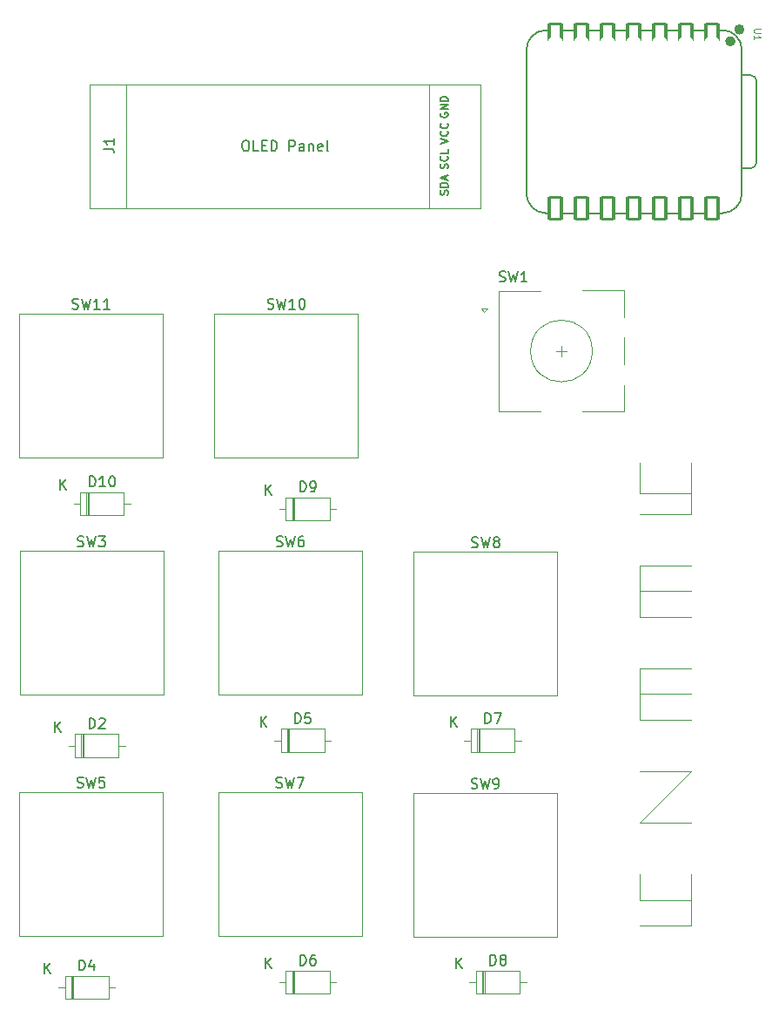
<source format=gto>
G04 #@! TF.GenerationSoftware,KiCad,Pcbnew,9.0.1*
G04 #@! TF.CreationDate,2025-06-18T17:33:09-04:00*
G04 #@! TF.ProjectId,chop up the soul kanye,63686f70-2075-4702-9074-686520736f75,rev?*
G04 #@! TF.SameCoordinates,Original*
G04 #@! TF.FileFunction,Legend,Top*
G04 #@! TF.FilePolarity,Positive*
%FSLAX46Y46*%
G04 Gerber Fmt 4.6, Leading zero omitted, Abs format (unit mm)*
G04 Created by KiCad (PCBNEW 9.0.1) date 2025-06-18 17:33:09*
%MOMM*%
%LPD*%
G01*
G04 APERTURE LIST*
G04 Aperture macros list*
%AMRoundRect*
0 Rectangle with rounded corners*
0 $1 Rounding radius*
0 $2 $3 $4 $5 $6 $7 $8 $9 X,Y pos of 4 corners*
0 Add a 4 corners polygon primitive as box body*
4,1,4,$2,$3,$4,$5,$6,$7,$8,$9,$2,$3,0*
0 Add four circle primitives for the rounded corners*
1,1,$1+$1,$2,$3*
1,1,$1+$1,$4,$5*
1,1,$1+$1,$6,$7*
1,1,$1+$1,$8,$9*
0 Add four rect primitives between the rounded corners*
20,1,$1+$1,$2,$3,$4,$5,0*
20,1,$1+$1,$4,$5,$6,$7,0*
20,1,$1+$1,$6,$7,$8,$9,0*
20,1,$1+$1,$8,$9,$2,$3,0*%
G04 Aperture macros list end*
%ADD10C,0.100000*%
%ADD11C,0.150000*%
%ADD12C,0.101600*%
%ADD13C,0.120000*%
%ADD14C,0.040000*%
%ADD15C,0.127000*%
%ADD16C,0.504000*%
%ADD17R,1.600000X1.600000*%
%ADD18O,1.600000X1.600000*%
%ADD19C,1.700000*%
%ADD20C,4.000000*%
%ADD21C,2.200000*%
%ADD22C,1.500000*%
%ADD23R,2.000000X2.000000*%
%ADD24C,2.000000*%
%ADD25R,3.200000X2.000000*%
%ADD26R,1.700000X1.700000*%
%ADD27O,1.700000X1.700000*%
%ADD28RoundRect,0.152400X0.609600X-1.063600X0.609600X1.063600X-0.609600X1.063600X-0.609600X-1.063600X0*%
%ADD29C,1.524000*%
%ADD30RoundRect,0.152400X-0.609600X1.063600X-0.609600X-1.063600X0.609600X-1.063600X0.609600X1.063600X0*%
G04 APERTURE END LIST*
D10*
X180311487Y-126000000D02*
X180311487Y-123500000D01*
X180311487Y-88500000D02*
X175311487Y-88500000D01*
X175311487Y-93500000D02*
X180311487Y-93500000D01*
X180311487Y-86500000D02*
X180311487Y-83500000D01*
X175311487Y-123500000D02*
X175311487Y-126000000D01*
X175311487Y-96000000D02*
X180311487Y-96000000D01*
X175311487Y-126000000D02*
X180311487Y-126000000D01*
X175311487Y-86500000D02*
X180311487Y-86500000D01*
X180311487Y-128500000D02*
X175311487Y-128500000D01*
X175311487Y-98500000D02*
X180311487Y-98500000D01*
X175311487Y-93500000D02*
X175311487Y-98500000D01*
X180311487Y-103500000D02*
X175311487Y-103500000D01*
X175311487Y-118500000D02*
X180311487Y-118500000D01*
X180311487Y-126000000D02*
X180311487Y-128500000D01*
X175311487Y-106000000D02*
X180311487Y-106000000D01*
X175311487Y-108500000D02*
X180311487Y-108500000D01*
X175311487Y-83500000D02*
X175311487Y-86500000D01*
X180311487Y-113500000D02*
X175311487Y-118500000D01*
X175311487Y-103500000D02*
X175311487Y-108500000D01*
X180311487Y-86500000D02*
X180311487Y-88500000D01*
X175311487Y-113500000D02*
X180311487Y-113500000D01*
D11*
X121787201Y-85834819D02*
X121787201Y-84834819D01*
X121787201Y-84834819D02*
X122025296Y-84834819D01*
X122025296Y-84834819D02*
X122168153Y-84882438D01*
X122168153Y-84882438D02*
X122263391Y-84977676D01*
X122263391Y-84977676D02*
X122311010Y-85072914D01*
X122311010Y-85072914D02*
X122358629Y-85263390D01*
X122358629Y-85263390D02*
X122358629Y-85406247D01*
X122358629Y-85406247D02*
X122311010Y-85596723D01*
X122311010Y-85596723D02*
X122263391Y-85691961D01*
X122263391Y-85691961D02*
X122168153Y-85787200D01*
X122168153Y-85787200D02*
X122025296Y-85834819D01*
X122025296Y-85834819D02*
X121787201Y-85834819D01*
X123311010Y-85834819D02*
X122739582Y-85834819D01*
X123025296Y-85834819D02*
X123025296Y-84834819D01*
X123025296Y-84834819D02*
X122930058Y-84977676D01*
X122930058Y-84977676D02*
X122834820Y-85072914D01*
X122834820Y-85072914D02*
X122739582Y-85120533D01*
X123930058Y-84834819D02*
X124025296Y-84834819D01*
X124025296Y-84834819D02*
X124120534Y-84882438D01*
X124120534Y-84882438D02*
X124168153Y-84930057D01*
X124168153Y-84930057D02*
X124215772Y-85025295D01*
X124215772Y-85025295D02*
X124263391Y-85215771D01*
X124263391Y-85215771D02*
X124263391Y-85453866D01*
X124263391Y-85453866D02*
X124215772Y-85644342D01*
X124215772Y-85644342D02*
X124168153Y-85739580D01*
X124168153Y-85739580D02*
X124120534Y-85787200D01*
X124120534Y-85787200D02*
X124025296Y-85834819D01*
X124025296Y-85834819D02*
X123930058Y-85834819D01*
X123930058Y-85834819D02*
X123834820Y-85787200D01*
X123834820Y-85787200D02*
X123787201Y-85739580D01*
X123787201Y-85739580D02*
X123739582Y-85644342D01*
X123739582Y-85644342D02*
X123691963Y-85453866D01*
X123691963Y-85453866D02*
X123691963Y-85215771D01*
X123691963Y-85215771D02*
X123739582Y-85025295D01*
X123739582Y-85025295D02*
X123787201Y-84930057D01*
X123787201Y-84930057D02*
X123834820Y-84882438D01*
X123834820Y-84882438D02*
X123930058Y-84834819D01*
X118929582Y-86154819D02*
X118929582Y-85154819D01*
X119501010Y-86154819D02*
X119072439Y-85583390D01*
X119501010Y-85154819D02*
X118929582Y-85726247D01*
X142263392Y-132334819D02*
X142263392Y-131334819D01*
X142263392Y-131334819D02*
X142501487Y-131334819D01*
X142501487Y-131334819D02*
X142644344Y-131382438D01*
X142644344Y-131382438D02*
X142739582Y-131477676D01*
X142739582Y-131477676D02*
X142787201Y-131572914D01*
X142787201Y-131572914D02*
X142834820Y-131763390D01*
X142834820Y-131763390D02*
X142834820Y-131906247D01*
X142834820Y-131906247D02*
X142787201Y-132096723D01*
X142787201Y-132096723D02*
X142739582Y-132191961D01*
X142739582Y-132191961D02*
X142644344Y-132287200D01*
X142644344Y-132287200D02*
X142501487Y-132334819D01*
X142501487Y-132334819D02*
X142263392Y-132334819D01*
X143691963Y-131334819D02*
X143501487Y-131334819D01*
X143501487Y-131334819D02*
X143406249Y-131382438D01*
X143406249Y-131382438D02*
X143358630Y-131430057D01*
X143358630Y-131430057D02*
X143263392Y-131572914D01*
X143263392Y-131572914D02*
X143215773Y-131763390D01*
X143215773Y-131763390D02*
X143215773Y-132144342D01*
X143215773Y-132144342D02*
X143263392Y-132239580D01*
X143263392Y-132239580D02*
X143311011Y-132287200D01*
X143311011Y-132287200D02*
X143406249Y-132334819D01*
X143406249Y-132334819D02*
X143596725Y-132334819D01*
X143596725Y-132334819D02*
X143691963Y-132287200D01*
X143691963Y-132287200D02*
X143739582Y-132239580D01*
X143739582Y-132239580D02*
X143787201Y-132144342D01*
X143787201Y-132144342D02*
X143787201Y-131906247D01*
X143787201Y-131906247D02*
X143739582Y-131811009D01*
X143739582Y-131811009D02*
X143691963Y-131763390D01*
X143691963Y-131763390D02*
X143596725Y-131715771D01*
X143596725Y-131715771D02*
X143406249Y-131715771D01*
X143406249Y-131715771D02*
X143311011Y-131763390D01*
X143311011Y-131763390D02*
X143263392Y-131811009D01*
X143263392Y-131811009D02*
X143215773Y-131906247D01*
X138929582Y-132654819D02*
X138929582Y-131654819D01*
X139501010Y-132654819D02*
X139072439Y-132083390D01*
X139501010Y-131654819D02*
X138929582Y-132226247D01*
X120763392Y-132834819D02*
X120763392Y-131834819D01*
X120763392Y-131834819D02*
X121001487Y-131834819D01*
X121001487Y-131834819D02*
X121144344Y-131882438D01*
X121144344Y-131882438D02*
X121239582Y-131977676D01*
X121239582Y-131977676D02*
X121287201Y-132072914D01*
X121287201Y-132072914D02*
X121334820Y-132263390D01*
X121334820Y-132263390D02*
X121334820Y-132406247D01*
X121334820Y-132406247D02*
X121287201Y-132596723D01*
X121287201Y-132596723D02*
X121239582Y-132691961D01*
X121239582Y-132691961D02*
X121144344Y-132787200D01*
X121144344Y-132787200D02*
X121001487Y-132834819D01*
X121001487Y-132834819D02*
X120763392Y-132834819D01*
X122191963Y-132168152D02*
X122191963Y-132834819D01*
X121953868Y-131787200D02*
X121715773Y-132501485D01*
X121715773Y-132501485D02*
X122334820Y-132501485D01*
X117429582Y-133154819D02*
X117429582Y-132154819D01*
X118001010Y-133154819D02*
X117572439Y-132583390D01*
X118001010Y-132154819D02*
X117429582Y-132726247D01*
X158938154Y-115123200D02*
X159081011Y-115170819D01*
X159081011Y-115170819D02*
X159319106Y-115170819D01*
X159319106Y-115170819D02*
X159414344Y-115123200D01*
X159414344Y-115123200D02*
X159461963Y-115075580D01*
X159461963Y-115075580D02*
X159509582Y-114980342D01*
X159509582Y-114980342D02*
X159509582Y-114885104D01*
X159509582Y-114885104D02*
X159461963Y-114789866D01*
X159461963Y-114789866D02*
X159414344Y-114742247D01*
X159414344Y-114742247D02*
X159319106Y-114694628D01*
X159319106Y-114694628D02*
X159128630Y-114647009D01*
X159128630Y-114647009D02*
X159033392Y-114599390D01*
X159033392Y-114599390D02*
X158985773Y-114551771D01*
X158985773Y-114551771D02*
X158938154Y-114456533D01*
X158938154Y-114456533D02*
X158938154Y-114361295D01*
X158938154Y-114361295D02*
X158985773Y-114266057D01*
X158985773Y-114266057D02*
X159033392Y-114218438D01*
X159033392Y-114218438D02*
X159128630Y-114170819D01*
X159128630Y-114170819D02*
X159366725Y-114170819D01*
X159366725Y-114170819D02*
X159509582Y-114218438D01*
X159842916Y-114170819D02*
X160081011Y-115170819D01*
X160081011Y-115170819D02*
X160271487Y-114456533D01*
X160271487Y-114456533D02*
X160461963Y-115170819D01*
X160461963Y-115170819D02*
X160700059Y-114170819D01*
X161128630Y-115170819D02*
X161319106Y-115170819D01*
X161319106Y-115170819D02*
X161414344Y-115123200D01*
X161414344Y-115123200D02*
X161461963Y-115075580D01*
X161461963Y-115075580D02*
X161557201Y-114932723D01*
X161557201Y-114932723D02*
X161604820Y-114742247D01*
X161604820Y-114742247D02*
X161604820Y-114361295D01*
X161604820Y-114361295D02*
X161557201Y-114266057D01*
X161557201Y-114266057D02*
X161509582Y-114218438D01*
X161509582Y-114218438D02*
X161414344Y-114170819D01*
X161414344Y-114170819D02*
X161223868Y-114170819D01*
X161223868Y-114170819D02*
X161128630Y-114218438D01*
X161128630Y-114218438D02*
X161081011Y-114266057D01*
X161081011Y-114266057D02*
X161033392Y-114361295D01*
X161033392Y-114361295D02*
X161033392Y-114599390D01*
X161033392Y-114599390D02*
X161081011Y-114694628D01*
X161081011Y-114694628D02*
X161128630Y-114742247D01*
X161128630Y-114742247D02*
X161223868Y-114789866D01*
X161223868Y-114789866D02*
X161414344Y-114789866D01*
X161414344Y-114789866D02*
X161509582Y-114742247D01*
X161509582Y-114742247D02*
X161557201Y-114694628D01*
X161557201Y-114694628D02*
X161604820Y-114599390D01*
X139938154Y-115033200D02*
X140081011Y-115080819D01*
X140081011Y-115080819D02*
X140319106Y-115080819D01*
X140319106Y-115080819D02*
X140414344Y-115033200D01*
X140414344Y-115033200D02*
X140461963Y-114985580D01*
X140461963Y-114985580D02*
X140509582Y-114890342D01*
X140509582Y-114890342D02*
X140509582Y-114795104D01*
X140509582Y-114795104D02*
X140461963Y-114699866D01*
X140461963Y-114699866D02*
X140414344Y-114652247D01*
X140414344Y-114652247D02*
X140319106Y-114604628D01*
X140319106Y-114604628D02*
X140128630Y-114557009D01*
X140128630Y-114557009D02*
X140033392Y-114509390D01*
X140033392Y-114509390D02*
X139985773Y-114461771D01*
X139985773Y-114461771D02*
X139938154Y-114366533D01*
X139938154Y-114366533D02*
X139938154Y-114271295D01*
X139938154Y-114271295D02*
X139985773Y-114176057D01*
X139985773Y-114176057D02*
X140033392Y-114128438D01*
X140033392Y-114128438D02*
X140128630Y-114080819D01*
X140128630Y-114080819D02*
X140366725Y-114080819D01*
X140366725Y-114080819D02*
X140509582Y-114128438D01*
X140842916Y-114080819D02*
X141081011Y-115080819D01*
X141081011Y-115080819D02*
X141271487Y-114366533D01*
X141271487Y-114366533D02*
X141461963Y-115080819D01*
X141461963Y-115080819D02*
X141700059Y-114080819D01*
X141985773Y-114080819D02*
X142652439Y-114080819D01*
X142652439Y-114080819D02*
X142223868Y-115080819D01*
X161653154Y-65877200D02*
X161796011Y-65924819D01*
X161796011Y-65924819D02*
X162034106Y-65924819D01*
X162034106Y-65924819D02*
X162129344Y-65877200D01*
X162129344Y-65877200D02*
X162176963Y-65829580D01*
X162176963Y-65829580D02*
X162224582Y-65734342D01*
X162224582Y-65734342D02*
X162224582Y-65639104D01*
X162224582Y-65639104D02*
X162176963Y-65543866D01*
X162176963Y-65543866D02*
X162129344Y-65496247D01*
X162129344Y-65496247D02*
X162034106Y-65448628D01*
X162034106Y-65448628D02*
X161843630Y-65401009D01*
X161843630Y-65401009D02*
X161748392Y-65353390D01*
X161748392Y-65353390D02*
X161700773Y-65305771D01*
X161700773Y-65305771D02*
X161653154Y-65210533D01*
X161653154Y-65210533D02*
X161653154Y-65115295D01*
X161653154Y-65115295D02*
X161700773Y-65020057D01*
X161700773Y-65020057D02*
X161748392Y-64972438D01*
X161748392Y-64972438D02*
X161843630Y-64924819D01*
X161843630Y-64924819D02*
X162081725Y-64924819D01*
X162081725Y-64924819D02*
X162224582Y-64972438D01*
X162557916Y-64924819D02*
X162796011Y-65924819D01*
X162796011Y-65924819D02*
X162986487Y-65210533D01*
X162986487Y-65210533D02*
X163176963Y-65924819D01*
X163176963Y-65924819D02*
X163415059Y-64924819D01*
X164319820Y-65924819D02*
X163748392Y-65924819D01*
X164034106Y-65924819D02*
X164034106Y-64924819D01*
X164034106Y-64924819D02*
X163938868Y-65067676D01*
X163938868Y-65067676D02*
X163843630Y-65162914D01*
X163843630Y-65162914D02*
X163748392Y-65210533D01*
X142263392Y-86334819D02*
X142263392Y-85334819D01*
X142263392Y-85334819D02*
X142501487Y-85334819D01*
X142501487Y-85334819D02*
X142644344Y-85382438D01*
X142644344Y-85382438D02*
X142739582Y-85477676D01*
X142739582Y-85477676D02*
X142787201Y-85572914D01*
X142787201Y-85572914D02*
X142834820Y-85763390D01*
X142834820Y-85763390D02*
X142834820Y-85906247D01*
X142834820Y-85906247D02*
X142787201Y-86096723D01*
X142787201Y-86096723D02*
X142739582Y-86191961D01*
X142739582Y-86191961D02*
X142644344Y-86287200D01*
X142644344Y-86287200D02*
X142501487Y-86334819D01*
X142501487Y-86334819D02*
X142263392Y-86334819D01*
X143311011Y-86334819D02*
X143501487Y-86334819D01*
X143501487Y-86334819D02*
X143596725Y-86287200D01*
X143596725Y-86287200D02*
X143644344Y-86239580D01*
X143644344Y-86239580D02*
X143739582Y-86096723D01*
X143739582Y-86096723D02*
X143787201Y-85906247D01*
X143787201Y-85906247D02*
X143787201Y-85525295D01*
X143787201Y-85525295D02*
X143739582Y-85430057D01*
X143739582Y-85430057D02*
X143691963Y-85382438D01*
X143691963Y-85382438D02*
X143596725Y-85334819D01*
X143596725Y-85334819D02*
X143406249Y-85334819D01*
X143406249Y-85334819D02*
X143311011Y-85382438D01*
X143311011Y-85382438D02*
X143263392Y-85430057D01*
X143263392Y-85430057D02*
X143215773Y-85525295D01*
X143215773Y-85525295D02*
X143215773Y-85763390D01*
X143215773Y-85763390D02*
X143263392Y-85858628D01*
X143263392Y-85858628D02*
X143311011Y-85906247D01*
X143311011Y-85906247D02*
X143406249Y-85953866D01*
X143406249Y-85953866D02*
X143596725Y-85953866D01*
X143596725Y-85953866D02*
X143691963Y-85906247D01*
X143691963Y-85906247D02*
X143739582Y-85858628D01*
X143739582Y-85858628D02*
X143787201Y-85763390D01*
X138929582Y-86654819D02*
X138929582Y-85654819D01*
X139501010Y-86654819D02*
X139072439Y-86083390D01*
X139501010Y-85654819D02*
X138929582Y-86226247D01*
X139978154Y-91613200D02*
X140121011Y-91660819D01*
X140121011Y-91660819D02*
X140359106Y-91660819D01*
X140359106Y-91660819D02*
X140454344Y-91613200D01*
X140454344Y-91613200D02*
X140501963Y-91565580D01*
X140501963Y-91565580D02*
X140549582Y-91470342D01*
X140549582Y-91470342D02*
X140549582Y-91375104D01*
X140549582Y-91375104D02*
X140501963Y-91279866D01*
X140501963Y-91279866D02*
X140454344Y-91232247D01*
X140454344Y-91232247D02*
X140359106Y-91184628D01*
X140359106Y-91184628D02*
X140168630Y-91137009D01*
X140168630Y-91137009D02*
X140073392Y-91089390D01*
X140073392Y-91089390D02*
X140025773Y-91041771D01*
X140025773Y-91041771D02*
X139978154Y-90946533D01*
X139978154Y-90946533D02*
X139978154Y-90851295D01*
X139978154Y-90851295D02*
X140025773Y-90756057D01*
X140025773Y-90756057D02*
X140073392Y-90708438D01*
X140073392Y-90708438D02*
X140168630Y-90660819D01*
X140168630Y-90660819D02*
X140406725Y-90660819D01*
X140406725Y-90660819D02*
X140549582Y-90708438D01*
X140882916Y-90660819D02*
X141121011Y-91660819D01*
X141121011Y-91660819D02*
X141311487Y-90946533D01*
X141311487Y-90946533D02*
X141501963Y-91660819D01*
X141501963Y-91660819D02*
X141740059Y-90660819D01*
X142549582Y-90660819D02*
X142359106Y-90660819D01*
X142359106Y-90660819D02*
X142263868Y-90708438D01*
X142263868Y-90708438D02*
X142216249Y-90756057D01*
X142216249Y-90756057D02*
X142121011Y-90898914D01*
X142121011Y-90898914D02*
X142073392Y-91089390D01*
X142073392Y-91089390D02*
X142073392Y-91470342D01*
X142073392Y-91470342D02*
X142121011Y-91565580D01*
X142121011Y-91565580D02*
X142168630Y-91613200D01*
X142168630Y-91613200D02*
X142263868Y-91660819D01*
X142263868Y-91660819D02*
X142454344Y-91660819D01*
X142454344Y-91660819D02*
X142549582Y-91613200D01*
X142549582Y-91613200D02*
X142597201Y-91565580D01*
X142597201Y-91565580D02*
X142644820Y-91470342D01*
X142644820Y-91470342D02*
X142644820Y-91232247D01*
X142644820Y-91232247D02*
X142597201Y-91137009D01*
X142597201Y-91137009D02*
X142549582Y-91089390D01*
X142549582Y-91089390D02*
X142454344Y-91041771D01*
X142454344Y-91041771D02*
X142263868Y-91041771D01*
X142263868Y-91041771D02*
X142168630Y-91089390D01*
X142168630Y-91089390D02*
X142121011Y-91137009D01*
X142121011Y-91137009D02*
X142073392Y-91232247D01*
X158978154Y-91703200D02*
X159121011Y-91750819D01*
X159121011Y-91750819D02*
X159359106Y-91750819D01*
X159359106Y-91750819D02*
X159454344Y-91703200D01*
X159454344Y-91703200D02*
X159501963Y-91655580D01*
X159501963Y-91655580D02*
X159549582Y-91560342D01*
X159549582Y-91560342D02*
X159549582Y-91465104D01*
X159549582Y-91465104D02*
X159501963Y-91369866D01*
X159501963Y-91369866D02*
X159454344Y-91322247D01*
X159454344Y-91322247D02*
X159359106Y-91274628D01*
X159359106Y-91274628D02*
X159168630Y-91227009D01*
X159168630Y-91227009D02*
X159073392Y-91179390D01*
X159073392Y-91179390D02*
X159025773Y-91131771D01*
X159025773Y-91131771D02*
X158978154Y-91036533D01*
X158978154Y-91036533D02*
X158978154Y-90941295D01*
X158978154Y-90941295D02*
X159025773Y-90846057D01*
X159025773Y-90846057D02*
X159073392Y-90798438D01*
X159073392Y-90798438D02*
X159168630Y-90750819D01*
X159168630Y-90750819D02*
X159406725Y-90750819D01*
X159406725Y-90750819D02*
X159549582Y-90798438D01*
X159882916Y-90750819D02*
X160121011Y-91750819D01*
X160121011Y-91750819D02*
X160311487Y-91036533D01*
X160311487Y-91036533D02*
X160501963Y-91750819D01*
X160501963Y-91750819D02*
X160740059Y-90750819D01*
X161263868Y-91179390D02*
X161168630Y-91131771D01*
X161168630Y-91131771D02*
X161121011Y-91084152D01*
X161121011Y-91084152D02*
X161073392Y-90988914D01*
X161073392Y-90988914D02*
X161073392Y-90941295D01*
X161073392Y-90941295D02*
X161121011Y-90846057D01*
X161121011Y-90846057D02*
X161168630Y-90798438D01*
X161168630Y-90798438D02*
X161263868Y-90750819D01*
X161263868Y-90750819D02*
X161454344Y-90750819D01*
X161454344Y-90750819D02*
X161549582Y-90798438D01*
X161549582Y-90798438D02*
X161597201Y-90846057D01*
X161597201Y-90846057D02*
X161644820Y-90941295D01*
X161644820Y-90941295D02*
X161644820Y-90988914D01*
X161644820Y-90988914D02*
X161597201Y-91084152D01*
X161597201Y-91084152D02*
X161549582Y-91131771D01*
X161549582Y-91131771D02*
X161454344Y-91179390D01*
X161454344Y-91179390D02*
X161263868Y-91179390D01*
X161263868Y-91179390D02*
X161168630Y-91227009D01*
X161168630Y-91227009D02*
X161121011Y-91274628D01*
X161121011Y-91274628D02*
X161073392Y-91369866D01*
X161073392Y-91369866D02*
X161073392Y-91560342D01*
X161073392Y-91560342D02*
X161121011Y-91655580D01*
X161121011Y-91655580D02*
X161168630Y-91703200D01*
X161168630Y-91703200D02*
X161263868Y-91750819D01*
X161263868Y-91750819D02*
X161454344Y-91750819D01*
X161454344Y-91750819D02*
X161549582Y-91703200D01*
X161549582Y-91703200D02*
X161597201Y-91655580D01*
X161597201Y-91655580D02*
X161644820Y-91560342D01*
X161644820Y-91560342D02*
X161644820Y-91369866D01*
X161644820Y-91369866D02*
X161597201Y-91274628D01*
X161597201Y-91274628D02*
X161549582Y-91227009D01*
X161549582Y-91227009D02*
X161454344Y-91179390D01*
X120628154Y-91613200D02*
X120771011Y-91660819D01*
X120771011Y-91660819D02*
X121009106Y-91660819D01*
X121009106Y-91660819D02*
X121104344Y-91613200D01*
X121104344Y-91613200D02*
X121151963Y-91565580D01*
X121151963Y-91565580D02*
X121199582Y-91470342D01*
X121199582Y-91470342D02*
X121199582Y-91375104D01*
X121199582Y-91375104D02*
X121151963Y-91279866D01*
X121151963Y-91279866D02*
X121104344Y-91232247D01*
X121104344Y-91232247D02*
X121009106Y-91184628D01*
X121009106Y-91184628D02*
X120818630Y-91137009D01*
X120818630Y-91137009D02*
X120723392Y-91089390D01*
X120723392Y-91089390D02*
X120675773Y-91041771D01*
X120675773Y-91041771D02*
X120628154Y-90946533D01*
X120628154Y-90946533D02*
X120628154Y-90851295D01*
X120628154Y-90851295D02*
X120675773Y-90756057D01*
X120675773Y-90756057D02*
X120723392Y-90708438D01*
X120723392Y-90708438D02*
X120818630Y-90660819D01*
X120818630Y-90660819D02*
X121056725Y-90660819D01*
X121056725Y-90660819D02*
X121199582Y-90708438D01*
X121532916Y-90660819D02*
X121771011Y-91660819D01*
X121771011Y-91660819D02*
X121961487Y-90946533D01*
X121961487Y-90946533D02*
X122151963Y-91660819D01*
X122151963Y-91660819D02*
X122390059Y-90660819D01*
X122675773Y-90660819D02*
X123294820Y-90660819D01*
X123294820Y-90660819D02*
X122961487Y-91041771D01*
X122961487Y-91041771D02*
X123104344Y-91041771D01*
X123104344Y-91041771D02*
X123199582Y-91089390D01*
X123199582Y-91089390D02*
X123247201Y-91137009D01*
X123247201Y-91137009D02*
X123294820Y-91232247D01*
X123294820Y-91232247D02*
X123294820Y-91470342D01*
X123294820Y-91470342D02*
X123247201Y-91565580D01*
X123247201Y-91565580D02*
X123199582Y-91613200D01*
X123199582Y-91613200D02*
X123104344Y-91660819D01*
X123104344Y-91660819D02*
X122818630Y-91660819D01*
X122818630Y-91660819D02*
X122723392Y-91613200D01*
X122723392Y-91613200D02*
X122675773Y-91565580D01*
X121763392Y-109334819D02*
X121763392Y-108334819D01*
X121763392Y-108334819D02*
X122001487Y-108334819D01*
X122001487Y-108334819D02*
X122144344Y-108382438D01*
X122144344Y-108382438D02*
X122239582Y-108477676D01*
X122239582Y-108477676D02*
X122287201Y-108572914D01*
X122287201Y-108572914D02*
X122334820Y-108763390D01*
X122334820Y-108763390D02*
X122334820Y-108906247D01*
X122334820Y-108906247D02*
X122287201Y-109096723D01*
X122287201Y-109096723D02*
X122239582Y-109191961D01*
X122239582Y-109191961D02*
X122144344Y-109287200D01*
X122144344Y-109287200D02*
X122001487Y-109334819D01*
X122001487Y-109334819D02*
X121763392Y-109334819D01*
X122715773Y-108430057D02*
X122763392Y-108382438D01*
X122763392Y-108382438D02*
X122858630Y-108334819D01*
X122858630Y-108334819D02*
X123096725Y-108334819D01*
X123096725Y-108334819D02*
X123191963Y-108382438D01*
X123191963Y-108382438D02*
X123239582Y-108430057D01*
X123239582Y-108430057D02*
X123287201Y-108525295D01*
X123287201Y-108525295D02*
X123287201Y-108620533D01*
X123287201Y-108620533D02*
X123239582Y-108763390D01*
X123239582Y-108763390D02*
X122668154Y-109334819D01*
X122668154Y-109334819D02*
X123287201Y-109334819D01*
X118429582Y-109654819D02*
X118429582Y-108654819D01*
X119001010Y-109654819D02*
X118572439Y-109083390D01*
X119001010Y-108654819D02*
X118429582Y-109226247D01*
X160763392Y-132334819D02*
X160763392Y-131334819D01*
X160763392Y-131334819D02*
X161001487Y-131334819D01*
X161001487Y-131334819D02*
X161144344Y-131382438D01*
X161144344Y-131382438D02*
X161239582Y-131477676D01*
X161239582Y-131477676D02*
X161287201Y-131572914D01*
X161287201Y-131572914D02*
X161334820Y-131763390D01*
X161334820Y-131763390D02*
X161334820Y-131906247D01*
X161334820Y-131906247D02*
X161287201Y-132096723D01*
X161287201Y-132096723D02*
X161239582Y-132191961D01*
X161239582Y-132191961D02*
X161144344Y-132287200D01*
X161144344Y-132287200D02*
X161001487Y-132334819D01*
X161001487Y-132334819D02*
X160763392Y-132334819D01*
X161906249Y-131763390D02*
X161811011Y-131715771D01*
X161811011Y-131715771D02*
X161763392Y-131668152D01*
X161763392Y-131668152D02*
X161715773Y-131572914D01*
X161715773Y-131572914D02*
X161715773Y-131525295D01*
X161715773Y-131525295D02*
X161763392Y-131430057D01*
X161763392Y-131430057D02*
X161811011Y-131382438D01*
X161811011Y-131382438D02*
X161906249Y-131334819D01*
X161906249Y-131334819D02*
X162096725Y-131334819D01*
X162096725Y-131334819D02*
X162191963Y-131382438D01*
X162191963Y-131382438D02*
X162239582Y-131430057D01*
X162239582Y-131430057D02*
X162287201Y-131525295D01*
X162287201Y-131525295D02*
X162287201Y-131572914D01*
X162287201Y-131572914D02*
X162239582Y-131668152D01*
X162239582Y-131668152D02*
X162191963Y-131715771D01*
X162191963Y-131715771D02*
X162096725Y-131763390D01*
X162096725Y-131763390D02*
X161906249Y-131763390D01*
X161906249Y-131763390D02*
X161811011Y-131811009D01*
X161811011Y-131811009D02*
X161763392Y-131858628D01*
X161763392Y-131858628D02*
X161715773Y-131953866D01*
X161715773Y-131953866D02*
X161715773Y-132144342D01*
X161715773Y-132144342D02*
X161763392Y-132239580D01*
X161763392Y-132239580D02*
X161811011Y-132287200D01*
X161811011Y-132287200D02*
X161906249Y-132334819D01*
X161906249Y-132334819D02*
X162096725Y-132334819D01*
X162096725Y-132334819D02*
X162191963Y-132287200D01*
X162191963Y-132287200D02*
X162239582Y-132239580D01*
X162239582Y-132239580D02*
X162287201Y-132144342D01*
X162287201Y-132144342D02*
X162287201Y-131953866D01*
X162287201Y-131953866D02*
X162239582Y-131858628D01*
X162239582Y-131858628D02*
X162191963Y-131811009D01*
X162191963Y-131811009D02*
X162096725Y-131763390D01*
X157429582Y-132654819D02*
X157429582Y-131654819D01*
X158001010Y-132654819D02*
X157572439Y-132083390D01*
X158001010Y-131654819D02*
X157429582Y-132226247D01*
X160263392Y-108834819D02*
X160263392Y-107834819D01*
X160263392Y-107834819D02*
X160501487Y-107834819D01*
X160501487Y-107834819D02*
X160644344Y-107882438D01*
X160644344Y-107882438D02*
X160739582Y-107977676D01*
X160739582Y-107977676D02*
X160787201Y-108072914D01*
X160787201Y-108072914D02*
X160834820Y-108263390D01*
X160834820Y-108263390D02*
X160834820Y-108406247D01*
X160834820Y-108406247D02*
X160787201Y-108596723D01*
X160787201Y-108596723D02*
X160739582Y-108691961D01*
X160739582Y-108691961D02*
X160644344Y-108787200D01*
X160644344Y-108787200D02*
X160501487Y-108834819D01*
X160501487Y-108834819D02*
X160263392Y-108834819D01*
X161168154Y-107834819D02*
X161834820Y-107834819D01*
X161834820Y-107834819D02*
X161406249Y-108834819D01*
X156929582Y-109154819D02*
X156929582Y-108154819D01*
X157501010Y-109154819D02*
X157072439Y-108583390D01*
X157501010Y-108154819D02*
X156929582Y-108726247D01*
X120111963Y-68533200D02*
X120254820Y-68580819D01*
X120254820Y-68580819D02*
X120492915Y-68580819D01*
X120492915Y-68580819D02*
X120588153Y-68533200D01*
X120588153Y-68533200D02*
X120635772Y-68485580D01*
X120635772Y-68485580D02*
X120683391Y-68390342D01*
X120683391Y-68390342D02*
X120683391Y-68295104D01*
X120683391Y-68295104D02*
X120635772Y-68199866D01*
X120635772Y-68199866D02*
X120588153Y-68152247D01*
X120588153Y-68152247D02*
X120492915Y-68104628D01*
X120492915Y-68104628D02*
X120302439Y-68057009D01*
X120302439Y-68057009D02*
X120207201Y-68009390D01*
X120207201Y-68009390D02*
X120159582Y-67961771D01*
X120159582Y-67961771D02*
X120111963Y-67866533D01*
X120111963Y-67866533D02*
X120111963Y-67771295D01*
X120111963Y-67771295D02*
X120159582Y-67676057D01*
X120159582Y-67676057D02*
X120207201Y-67628438D01*
X120207201Y-67628438D02*
X120302439Y-67580819D01*
X120302439Y-67580819D02*
X120540534Y-67580819D01*
X120540534Y-67580819D02*
X120683391Y-67628438D01*
X121016725Y-67580819D02*
X121254820Y-68580819D01*
X121254820Y-68580819D02*
X121445296Y-67866533D01*
X121445296Y-67866533D02*
X121635772Y-68580819D01*
X121635772Y-68580819D02*
X121873868Y-67580819D01*
X122778629Y-68580819D02*
X122207201Y-68580819D01*
X122492915Y-68580819D02*
X122492915Y-67580819D01*
X122492915Y-67580819D02*
X122397677Y-67723676D01*
X122397677Y-67723676D02*
X122302439Y-67818914D01*
X122302439Y-67818914D02*
X122207201Y-67866533D01*
X123731010Y-68580819D02*
X123159582Y-68580819D01*
X123445296Y-68580819D02*
X123445296Y-67580819D01*
X123445296Y-67580819D02*
X123350058Y-67723676D01*
X123350058Y-67723676D02*
X123254820Y-67818914D01*
X123254820Y-67818914D02*
X123159582Y-67866533D01*
X123166306Y-53013333D02*
X123880591Y-53013333D01*
X123880591Y-53013333D02*
X124023448Y-53060952D01*
X124023448Y-53060952D02*
X124118687Y-53156190D01*
X124118687Y-53156190D02*
X124166306Y-53299047D01*
X124166306Y-53299047D02*
X124166306Y-53394285D01*
X124166306Y-52013333D02*
X124166306Y-52584761D01*
X124166306Y-52299047D02*
X123166306Y-52299047D01*
X123166306Y-52299047D02*
X123309163Y-52394285D01*
X123309163Y-52394285D02*
X123404401Y-52489523D01*
X123404401Y-52489523D02*
X123452020Y-52584761D01*
X136882915Y-52224819D02*
X137073391Y-52224819D01*
X137073391Y-52224819D02*
X137168629Y-52272438D01*
X137168629Y-52272438D02*
X137263867Y-52367676D01*
X137263867Y-52367676D02*
X137311486Y-52558152D01*
X137311486Y-52558152D02*
X137311486Y-52891485D01*
X137311486Y-52891485D02*
X137263867Y-53081961D01*
X137263867Y-53081961D02*
X137168629Y-53177200D01*
X137168629Y-53177200D02*
X137073391Y-53224819D01*
X137073391Y-53224819D02*
X136882915Y-53224819D01*
X136882915Y-53224819D02*
X136787677Y-53177200D01*
X136787677Y-53177200D02*
X136692439Y-53081961D01*
X136692439Y-53081961D02*
X136644820Y-52891485D01*
X136644820Y-52891485D02*
X136644820Y-52558152D01*
X136644820Y-52558152D02*
X136692439Y-52367676D01*
X136692439Y-52367676D02*
X136787677Y-52272438D01*
X136787677Y-52272438D02*
X136882915Y-52224819D01*
X138216248Y-53224819D02*
X137740058Y-53224819D01*
X137740058Y-53224819D02*
X137740058Y-52224819D01*
X138549582Y-52701009D02*
X138882915Y-52701009D01*
X139025772Y-53224819D02*
X138549582Y-53224819D01*
X138549582Y-53224819D02*
X138549582Y-52224819D01*
X138549582Y-52224819D02*
X139025772Y-52224819D01*
X139454344Y-53224819D02*
X139454344Y-52224819D01*
X139454344Y-52224819D02*
X139692439Y-52224819D01*
X139692439Y-52224819D02*
X139835296Y-52272438D01*
X139835296Y-52272438D02*
X139930534Y-52367676D01*
X139930534Y-52367676D02*
X139978153Y-52462914D01*
X139978153Y-52462914D02*
X140025772Y-52653390D01*
X140025772Y-52653390D02*
X140025772Y-52796247D01*
X140025772Y-52796247D02*
X139978153Y-52986723D01*
X139978153Y-52986723D02*
X139930534Y-53081961D01*
X139930534Y-53081961D02*
X139835296Y-53177200D01*
X139835296Y-53177200D02*
X139692439Y-53224819D01*
X139692439Y-53224819D02*
X139454344Y-53224819D01*
X141216249Y-53224819D02*
X141216249Y-52224819D01*
X141216249Y-52224819D02*
X141597201Y-52224819D01*
X141597201Y-52224819D02*
X141692439Y-52272438D01*
X141692439Y-52272438D02*
X141740058Y-52320057D01*
X141740058Y-52320057D02*
X141787677Y-52415295D01*
X141787677Y-52415295D02*
X141787677Y-52558152D01*
X141787677Y-52558152D02*
X141740058Y-52653390D01*
X141740058Y-52653390D02*
X141692439Y-52701009D01*
X141692439Y-52701009D02*
X141597201Y-52748628D01*
X141597201Y-52748628D02*
X141216249Y-52748628D01*
X142644820Y-53224819D02*
X142644820Y-52701009D01*
X142644820Y-52701009D02*
X142597201Y-52605771D01*
X142597201Y-52605771D02*
X142501963Y-52558152D01*
X142501963Y-52558152D02*
X142311487Y-52558152D01*
X142311487Y-52558152D02*
X142216249Y-52605771D01*
X142644820Y-53177200D02*
X142549582Y-53224819D01*
X142549582Y-53224819D02*
X142311487Y-53224819D01*
X142311487Y-53224819D02*
X142216249Y-53177200D01*
X142216249Y-53177200D02*
X142168630Y-53081961D01*
X142168630Y-53081961D02*
X142168630Y-52986723D01*
X142168630Y-52986723D02*
X142216249Y-52891485D01*
X142216249Y-52891485D02*
X142311487Y-52843866D01*
X142311487Y-52843866D02*
X142549582Y-52843866D01*
X142549582Y-52843866D02*
X142644820Y-52796247D01*
X143121011Y-52558152D02*
X143121011Y-53224819D01*
X143121011Y-52653390D02*
X143168630Y-52605771D01*
X143168630Y-52605771D02*
X143263868Y-52558152D01*
X143263868Y-52558152D02*
X143406725Y-52558152D01*
X143406725Y-52558152D02*
X143501963Y-52605771D01*
X143501963Y-52605771D02*
X143549582Y-52701009D01*
X143549582Y-52701009D02*
X143549582Y-53224819D01*
X144406725Y-53177200D02*
X144311487Y-53224819D01*
X144311487Y-53224819D02*
X144121011Y-53224819D01*
X144121011Y-53224819D02*
X144025773Y-53177200D01*
X144025773Y-53177200D02*
X143978154Y-53081961D01*
X143978154Y-53081961D02*
X143978154Y-52701009D01*
X143978154Y-52701009D02*
X144025773Y-52605771D01*
X144025773Y-52605771D02*
X144121011Y-52558152D01*
X144121011Y-52558152D02*
X144311487Y-52558152D01*
X144311487Y-52558152D02*
X144406725Y-52605771D01*
X144406725Y-52605771D02*
X144454344Y-52701009D01*
X144454344Y-52701009D02*
X144454344Y-52796247D01*
X144454344Y-52796247D02*
X143978154Y-52891485D01*
X145025773Y-53224819D02*
X144930535Y-53177200D01*
X144930535Y-53177200D02*
X144882916Y-53081961D01*
X144882916Y-53081961D02*
X144882916Y-52224819D01*
X156614937Y-54932856D02*
X156650651Y-54825714D01*
X156650651Y-54825714D02*
X156650651Y-54647142D01*
X156650651Y-54647142D02*
X156614937Y-54575714D01*
X156614937Y-54575714D02*
X156579222Y-54539999D01*
X156579222Y-54539999D02*
X156507794Y-54504285D01*
X156507794Y-54504285D02*
X156436365Y-54504285D01*
X156436365Y-54504285D02*
X156364937Y-54539999D01*
X156364937Y-54539999D02*
X156329222Y-54575714D01*
X156329222Y-54575714D02*
X156293508Y-54647142D01*
X156293508Y-54647142D02*
X156257794Y-54789999D01*
X156257794Y-54789999D02*
X156222079Y-54861428D01*
X156222079Y-54861428D02*
X156186365Y-54897142D01*
X156186365Y-54897142D02*
X156114937Y-54932856D01*
X156114937Y-54932856D02*
X156043508Y-54932856D01*
X156043508Y-54932856D02*
X155972079Y-54897142D01*
X155972079Y-54897142D02*
X155936365Y-54861428D01*
X155936365Y-54861428D02*
X155900651Y-54789999D01*
X155900651Y-54789999D02*
X155900651Y-54611428D01*
X155900651Y-54611428D02*
X155936365Y-54504285D01*
X156579222Y-53754285D02*
X156614937Y-53789999D01*
X156614937Y-53789999D02*
X156650651Y-53897142D01*
X156650651Y-53897142D02*
X156650651Y-53968570D01*
X156650651Y-53968570D02*
X156614937Y-54075713D01*
X156614937Y-54075713D02*
X156543508Y-54147142D01*
X156543508Y-54147142D02*
X156472079Y-54182856D01*
X156472079Y-54182856D02*
X156329222Y-54218570D01*
X156329222Y-54218570D02*
X156222079Y-54218570D01*
X156222079Y-54218570D02*
X156079222Y-54182856D01*
X156079222Y-54182856D02*
X156007794Y-54147142D01*
X156007794Y-54147142D02*
X155936365Y-54075713D01*
X155936365Y-54075713D02*
X155900651Y-53968570D01*
X155900651Y-53968570D02*
X155900651Y-53897142D01*
X155900651Y-53897142D02*
X155936365Y-53789999D01*
X155936365Y-53789999D02*
X155972079Y-53754285D01*
X156650651Y-53075713D02*
X156650651Y-53432856D01*
X156650651Y-53432856D02*
X155900651Y-53432856D01*
X155936365Y-49531428D02*
X155900651Y-49602857D01*
X155900651Y-49602857D02*
X155900651Y-49709999D01*
X155900651Y-49709999D02*
X155936365Y-49817142D01*
X155936365Y-49817142D02*
X156007794Y-49888571D01*
X156007794Y-49888571D02*
X156079222Y-49924285D01*
X156079222Y-49924285D02*
X156222079Y-49959999D01*
X156222079Y-49959999D02*
X156329222Y-49959999D01*
X156329222Y-49959999D02*
X156472079Y-49924285D01*
X156472079Y-49924285D02*
X156543508Y-49888571D01*
X156543508Y-49888571D02*
X156614937Y-49817142D01*
X156614937Y-49817142D02*
X156650651Y-49709999D01*
X156650651Y-49709999D02*
X156650651Y-49638571D01*
X156650651Y-49638571D02*
X156614937Y-49531428D01*
X156614937Y-49531428D02*
X156579222Y-49495714D01*
X156579222Y-49495714D02*
X156329222Y-49495714D01*
X156329222Y-49495714D02*
X156329222Y-49638571D01*
X156650651Y-49174285D02*
X155900651Y-49174285D01*
X155900651Y-49174285D02*
X156650651Y-48745714D01*
X156650651Y-48745714D02*
X155900651Y-48745714D01*
X156650651Y-48388571D02*
X155900651Y-48388571D01*
X155900651Y-48388571D02*
X155900651Y-48210000D01*
X155900651Y-48210000D02*
X155936365Y-48102857D01*
X155936365Y-48102857D02*
X156007794Y-48031428D01*
X156007794Y-48031428D02*
X156079222Y-47995714D01*
X156079222Y-47995714D02*
X156222079Y-47960000D01*
X156222079Y-47960000D02*
X156329222Y-47960000D01*
X156329222Y-47960000D02*
X156472079Y-47995714D01*
X156472079Y-47995714D02*
X156543508Y-48031428D01*
X156543508Y-48031428D02*
X156614937Y-48102857D01*
X156614937Y-48102857D02*
X156650651Y-48210000D01*
X156650651Y-48210000D02*
X156650651Y-48388571D01*
X156614937Y-57490713D02*
X156650651Y-57383571D01*
X156650651Y-57383571D02*
X156650651Y-57204999D01*
X156650651Y-57204999D02*
X156614937Y-57133571D01*
X156614937Y-57133571D02*
X156579222Y-57097856D01*
X156579222Y-57097856D02*
X156507794Y-57062142D01*
X156507794Y-57062142D02*
X156436365Y-57062142D01*
X156436365Y-57062142D02*
X156364937Y-57097856D01*
X156364937Y-57097856D02*
X156329222Y-57133571D01*
X156329222Y-57133571D02*
X156293508Y-57204999D01*
X156293508Y-57204999D02*
X156257794Y-57347856D01*
X156257794Y-57347856D02*
X156222079Y-57419285D01*
X156222079Y-57419285D02*
X156186365Y-57454999D01*
X156186365Y-57454999D02*
X156114937Y-57490713D01*
X156114937Y-57490713D02*
X156043508Y-57490713D01*
X156043508Y-57490713D02*
X155972079Y-57454999D01*
X155972079Y-57454999D02*
X155936365Y-57419285D01*
X155936365Y-57419285D02*
X155900651Y-57347856D01*
X155900651Y-57347856D02*
X155900651Y-57169285D01*
X155900651Y-57169285D02*
X155936365Y-57062142D01*
X156650651Y-56740713D02*
X155900651Y-56740713D01*
X155900651Y-56740713D02*
X155900651Y-56562142D01*
X155900651Y-56562142D02*
X155936365Y-56454999D01*
X155936365Y-56454999D02*
X156007794Y-56383570D01*
X156007794Y-56383570D02*
X156079222Y-56347856D01*
X156079222Y-56347856D02*
X156222079Y-56312142D01*
X156222079Y-56312142D02*
X156329222Y-56312142D01*
X156329222Y-56312142D02*
X156472079Y-56347856D01*
X156472079Y-56347856D02*
X156543508Y-56383570D01*
X156543508Y-56383570D02*
X156614937Y-56454999D01*
X156614937Y-56454999D02*
X156650651Y-56562142D01*
X156650651Y-56562142D02*
X156650651Y-56740713D01*
X156436365Y-56026427D02*
X156436365Y-55669285D01*
X156650651Y-56097856D02*
X155900651Y-55847856D01*
X155900651Y-55847856D02*
X156650651Y-55597856D01*
X155900651Y-52499999D02*
X156650651Y-52249999D01*
X156650651Y-52249999D02*
X155900651Y-51999999D01*
X156579222Y-51321428D02*
X156614937Y-51357142D01*
X156614937Y-51357142D02*
X156650651Y-51464285D01*
X156650651Y-51464285D02*
X156650651Y-51535713D01*
X156650651Y-51535713D02*
X156614937Y-51642856D01*
X156614937Y-51642856D02*
X156543508Y-51714285D01*
X156543508Y-51714285D02*
X156472079Y-51749999D01*
X156472079Y-51749999D02*
X156329222Y-51785713D01*
X156329222Y-51785713D02*
X156222079Y-51785713D01*
X156222079Y-51785713D02*
X156079222Y-51749999D01*
X156079222Y-51749999D02*
X156007794Y-51714285D01*
X156007794Y-51714285D02*
X155936365Y-51642856D01*
X155936365Y-51642856D02*
X155900651Y-51535713D01*
X155900651Y-51535713D02*
X155900651Y-51464285D01*
X155900651Y-51464285D02*
X155936365Y-51357142D01*
X155936365Y-51357142D02*
X155972079Y-51321428D01*
X156579222Y-50571428D02*
X156614937Y-50607142D01*
X156614937Y-50607142D02*
X156650651Y-50714285D01*
X156650651Y-50714285D02*
X156650651Y-50785713D01*
X156650651Y-50785713D02*
X156614937Y-50892856D01*
X156614937Y-50892856D02*
X156543508Y-50964285D01*
X156543508Y-50964285D02*
X156472079Y-50999999D01*
X156472079Y-50999999D02*
X156329222Y-51035713D01*
X156329222Y-51035713D02*
X156222079Y-51035713D01*
X156222079Y-51035713D02*
X156079222Y-50999999D01*
X156079222Y-50999999D02*
X156007794Y-50964285D01*
X156007794Y-50964285D02*
X155936365Y-50892856D01*
X155936365Y-50892856D02*
X155900651Y-50785713D01*
X155900651Y-50785713D02*
X155900651Y-50714285D01*
X155900651Y-50714285D02*
X155936365Y-50607142D01*
X155936365Y-50607142D02*
X155972079Y-50571428D01*
D12*
X187038007Y-41396190D02*
X186523960Y-41396190D01*
X186523960Y-41396190D02*
X186463484Y-41426428D01*
X186463484Y-41426428D02*
X186433246Y-41456666D01*
X186433246Y-41456666D02*
X186403007Y-41517142D01*
X186403007Y-41517142D02*
X186403007Y-41638095D01*
X186403007Y-41638095D02*
X186433246Y-41698571D01*
X186433246Y-41698571D02*
X186463484Y-41728809D01*
X186463484Y-41728809D02*
X186523960Y-41759047D01*
X186523960Y-41759047D02*
X187038007Y-41759047D01*
X186403007Y-42394047D02*
X186403007Y-42031190D01*
X186403007Y-42212618D02*
X187038007Y-42212618D01*
X187038007Y-42212618D02*
X186947293Y-42152142D01*
X186947293Y-42152142D02*
X186886817Y-42091666D01*
X186886817Y-42091666D02*
X186856579Y-42031190D01*
D11*
X120588154Y-115033200D02*
X120731011Y-115080819D01*
X120731011Y-115080819D02*
X120969106Y-115080819D01*
X120969106Y-115080819D02*
X121064344Y-115033200D01*
X121064344Y-115033200D02*
X121111963Y-114985580D01*
X121111963Y-114985580D02*
X121159582Y-114890342D01*
X121159582Y-114890342D02*
X121159582Y-114795104D01*
X121159582Y-114795104D02*
X121111963Y-114699866D01*
X121111963Y-114699866D02*
X121064344Y-114652247D01*
X121064344Y-114652247D02*
X120969106Y-114604628D01*
X120969106Y-114604628D02*
X120778630Y-114557009D01*
X120778630Y-114557009D02*
X120683392Y-114509390D01*
X120683392Y-114509390D02*
X120635773Y-114461771D01*
X120635773Y-114461771D02*
X120588154Y-114366533D01*
X120588154Y-114366533D02*
X120588154Y-114271295D01*
X120588154Y-114271295D02*
X120635773Y-114176057D01*
X120635773Y-114176057D02*
X120683392Y-114128438D01*
X120683392Y-114128438D02*
X120778630Y-114080819D01*
X120778630Y-114080819D02*
X121016725Y-114080819D01*
X121016725Y-114080819D02*
X121159582Y-114128438D01*
X121492916Y-114080819D02*
X121731011Y-115080819D01*
X121731011Y-115080819D02*
X121921487Y-114366533D01*
X121921487Y-114366533D02*
X122111963Y-115080819D01*
X122111963Y-115080819D02*
X122350059Y-114080819D01*
X123207201Y-114080819D02*
X122731011Y-114080819D01*
X122731011Y-114080819D02*
X122683392Y-114557009D01*
X122683392Y-114557009D02*
X122731011Y-114509390D01*
X122731011Y-114509390D02*
X122826249Y-114461771D01*
X122826249Y-114461771D02*
X123064344Y-114461771D01*
X123064344Y-114461771D02*
X123159582Y-114509390D01*
X123159582Y-114509390D02*
X123207201Y-114557009D01*
X123207201Y-114557009D02*
X123254820Y-114652247D01*
X123254820Y-114652247D02*
X123254820Y-114890342D01*
X123254820Y-114890342D02*
X123207201Y-114985580D01*
X123207201Y-114985580D02*
X123159582Y-115033200D01*
X123159582Y-115033200D02*
X123064344Y-115080819D01*
X123064344Y-115080819D02*
X122826249Y-115080819D01*
X122826249Y-115080819D02*
X122731011Y-115033200D01*
X122731011Y-115033200D02*
X122683392Y-114985580D01*
X141763392Y-108834819D02*
X141763392Y-107834819D01*
X141763392Y-107834819D02*
X142001487Y-107834819D01*
X142001487Y-107834819D02*
X142144344Y-107882438D01*
X142144344Y-107882438D02*
X142239582Y-107977676D01*
X142239582Y-107977676D02*
X142287201Y-108072914D01*
X142287201Y-108072914D02*
X142334820Y-108263390D01*
X142334820Y-108263390D02*
X142334820Y-108406247D01*
X142334820Y-108406247D02*
X142287201Y-108596723D01*
X142287201Y-108596723D02*
X142239582Y-108691961D01*
X142239582Y-108691961D02*
X142144344Y-108787200D01*
X142144344Y-108787200D02*
X142001487Y-108834819D01*
X142001487Y-108834819D02*
X141763392Y-108834819D01*
X143239582Y-107834819D02*
X142763392Y-107834819D01*
X142763392Y-107834819D02*
X142715773Y-108311009D01*
X142715773Y-108311009D02*
X142763392Y-108263390D01*
X142763392Y-108263390D02*
X142858630Y-108215771D01*
X142858630Y-108215771D02*
X143096725Y-108215771D01*
X143096725Y-108215771D02*
X143191963Y-108263390D01*
X143191963Y-108263390D02*
X143239582Y-108311009D01*
X143239582Y-108311009D02*
X143287201Y-108406247D01*
X143287201Y-108406247D02*
X143287201Y-108644342D01*
X143287201Y-108644342D02*
X143239582Y-108739580D01*
X143239582Y-108739580D02*
X143191963Y-108787200D01*
X143191963Y-108787200D02*
X143096725Y-108834819D01*
X143096725Y-108834819D02*
X142858630Y-108834819D01*
X142858630Y-108834819D02*
X142763392Y-108787200D01*
X142763392Y-108787200D02*
X142715773Y-108739580D01*
X138429582Y-109154819D02*
X138429582Y-108154819D01*
X139001010Y-109154819D02*
X138572439Y-108583390D01*
X139001010Y-108154819D02*
X138429582Y-108726247D01*
X139111963Y-68533200D02*
X139254820Y-68580819D01*
X139254820Y-68580819D02*
X139492915Y-68580819D01*
X139492915Y-68580819D02*
X139588153Y-68533200D01*
X139588153Y-68533200D02*
X139635772Y-68485580D01*
X139635772Y-68485580D02*
X139683391Y-68390342D01*
X139683391Y-68390342D02*
X139683391Y-68295104D01*
X139683391Y-68295104D02*
X139635772Y-68199866D01*
X139635772Y-68199866D02*
X139588153Y-68152247D01*
X139588153Y-68152247D02*
X139492915Y-68104628D01*
X139492915Y-68104628D02*
X139302439Y-68057009D01*
X139302439Y-68057009D02*
X139207201Y-68009390D01*
X139207201Y-68009390D02*
X139159582Y-67961771D01*
X139159582Y-67961771D02*
X139111963Y-67866533D01*
X139111963Y-67866533D02*
X139111963Y-67771295D01*
X139111963Y-67771295D02*
X139159582Y-67676057D01*
X139159582Y-67676057D02*
X139207201Y-67628438D01*
X139207201Y-67628438D02*
X139302439Y-67580819D01*
X139302439Y-67580819D02*
X139540534Y-67580819D01*
X139540534Y-67580819D02*
X139683391Y-67628438D01*
X140016725Y-67580819D02*
X140254820Y-68580819D01*
X140254820Y-68580819D02*
X140445296Y-67866533D01*
X140445296Y-67866533D02*
X140635772Y-68580819D01*
X140635772Y-68580819D02*
X140873868Y-67580819D01*
X141778629Y-68580819D02*
X141207201Y-68580819D01*
X141492915Y-68580819D02*
X141492915Y-67580819D01*
X141492915Y-67580819D02*
X141397677Y-67723676D01*
X141397677Y-67723676D02*
X141302439Y-67818914D01*
X141302439Y-67818914D02*
X141207201Y-67866533D01*
X142397677Y-67580819D02*
X142492915Y-67580819D01*
X142492915Y-67580819D02*
X142588153Y-67628438D01*
X142588153Y-67628438D02*
X142635772Y-67676057D01*
X142635772Y-67676057D02*
X142683391Y-67771295D01*
X142683391Y-67771295D02*
X142731010Y-67961771D01*
X142731010Y-67961771D02*
X142731010Y-68199866D01*
X142731010Y-68199866D02*
X142683391Y-68390342D01*
X142683391Y-68390342D02*
X142635772Y-68485580D01*
X142635772Y-68485580D02*
X142588153Y-68533200D01*
X142588153Y-68533200D02*
X142492915Y-68580819D01*
X142492915Y-68580819D02*
X142397677Y-68580819D01*
X142397677Y-68580819D02*
X142302439Y-68533200D01*
X142302439Y-68533200D02*
X142254820Y-68485580D01*
X142254820Y-68485580D02*
X142207201Y-68390342D01*
X142207201Y-68390342D02*
X142159582Y-68199866D01*
X142159582Y-68199866D02*
X142159582Y-67961771D01*
X142159582Y-67961771D02*
X142207201Y-67771295D01*
X142207201Y-67771295D02*
X142254820Y-67676057D01*
X142254820Y-67676057D02*
X142302439Y-67628438D01*
X142302439Y-67628438D02*
X142397677Y-67580819D01*
D13*
G04 #@! TO.C,D10*
X120231487Y-87500000D02*
X120881487Y-87500000D01*
X120881487Y-86380000D02*
X120881487Y-88620000D01*
X120881487Y-88620000D02*
X125121487Y-88620000D01*
X121481487Y-86380000D02*
X121481487Y-88620000D01*
X121601487Y-86380000D02*
X121601487Y-88620000D01*
X121721487Y-86380000D02*
X121721487Y-88620000D01*
X125121487Y-86380000D02*
X120881487Y-86380000D01*
X125121487Y-88620000D02*
X125121487Y-86380000D01*
X125771487Y-87500000D02*
X125121487Y-87500000D01*
G04 #@! TO.C,D6*
X140231487Y-134000000D02*
X140881487Y-134000000D01*
X140881487Y-132880000D02*
X140881487Y-135120000D01*
X140881487Y-135120000D02*
X145121487Y-135120000D01*
X141481487Y-132880000D02*
X141481487Y-135120000D01*
X141601487Y-132880000D02*
X141601487Y-135120000D01*
X141721487Y-132880000D02*
X141721487Y-135120000D01*
X145121487Y-132880000D02*
X140881487Y-132880000D01*
X145121487Y-135120000D02*
X145121487Y-132880000D01*
X145771487Y-134000000D02*
X145121487Y-134000000D01*
G04 #@! TO.C,D4*
X118731487Y-134500000D02*
X119381487Y-134500000D01*
X119381487Y-133380000D02*
X119381487Y-135620000D01*
X119381487Y-135620000D02*
X123621487Y-135620000D01*
X119981487Y-133380000D02*
X119981487Y-135620000D01*
X120101487Y-133380000D02*
X120101487Y-135620000D01*
X120221487Y-133380000D02*
X120221487Y-135620000D01*
X123621487Y-133380000D02*
X119381487Y-133380000D01*
X123621487Y-135620000D02*
X123621487Y-133380000D01*
X124271487Y-134500000D02*
X123621487Y-134500000D01*
G04 #@! TO.C,SW9*
X153286487Y-115605000D02*
X167256487Y-115605000D01*
X153286487Y-129575000D02*
X153286487Y-115605000D01*
X167256487Y-115605000D02*
X167256487Y-129575000D01*
X167256487Y-129575000D02*
X153286487Y-129575000D01*
G04 #@! TO.C,SW7*
X134286487Y-115515000D02*
X148256487Y-115515000D01*
X134286487Y-129485000D02*
X134286487Y-115515000D01*
X148256487Y-115515000D02*
X148256487Y-129485000D01*
X148256487Y-129485000D02*
X134286487Y-129485000D01*
G04 #@! TO.C,SW1*
X159886487Y-68570000D02*
X160486487Y-68570000D01*
X160186487Y-68870000D02*
X159886487Y-68570000D01*
X160486487Y-68570000D02*
X160186487Y-68870000D01*
X161586487Y-66870000D02*
X161586487Y-78570000D01*
X165686487Y-66870000D02*
X161586487Y-66870000D01*
X165686487Y-78570000D02*
X161586487Y-78570000D01*
X167186487Y-72670000D02*
X168186487Y-72670000D01*
X167686487Y-72170000D02*
X167686487Y-73170000D01*
X169686487Y-66770000D02*
X173786487Y-66770000D01*
X173786487Y-66770000D02*
X173786487Y-69370000D01*
X173786487Y-71370000D02*
X173786487Y-73970000D01*
X173786487Y-75970000D02*
X173786487Y-78570000D01*
X173786487Y-78570000D02*
X169686487Y-78570000D01*
X170686487Y-72670000D02*
G75*
G02*
X164686487Y-72670000I-3000000J0D01*
G01*
X164686487Y-72670000D02*
G75*
G02*
X170686487Y-72670000I3000000J0D01*
G01*
G04 #@! TO.C,D9*
X140231487Y-88000000D02*
X140881487Y-88000000D01*
X140881487Y-86880000D02*
X140881487Y-89120000D01*
X140881487Y-89120000D02*
X145121487Y-89120000D01*
X141481487Y-86880000D02*
X141481487Y-89120000D01*
X141601487Y-86880000D02*
X141601487Y-89120000D01*
X141721487Y-86880000D02*
X141721487Y-89120000D01*
X145121487Y-86880000D02*
X140881487Y-86880000D01*
X145121487Y-89120000D02*
X145121487Y-86880000D01*
X145771487Y-88000000D02*
X145121487Y-88000000D01*
G04 #@! TO.C,SW6*
X134326487Y-92095000D02*
X148296487Y-92095000D01*
X134326487Y-106065000D02*
X134326487Y-92095000D01*
X148296487Y-92095000D02*
X148296487Y-106065000D01*
X148296487Y-106065000D02*
X134326487Y-106065000D01*
G04 #@! TO.C,SW8*
X153326487Y-92185000D02*
X167296487Y-92185000D01*
X153326487Y-106155000D02*
X153326487Y-92185000D01*
X167296487Y-92185000D02*
X167296487Y-106155000D01*
X167296487Y-106155000D02*
X153326487Y-106155000D01*
G04 #@! TO.C,SW3*
X114976487Y-92095000D02*
X128946487Y-92095000D01*
X114976487Y-106065000D02*
X114976487Y-92095000D01*
X128946487Y-92095000D02*
X128946487Y-106065000D01*
X128946487Y-106065000D02*
X114976487Y-106065000D01*
G04 #@! TO.C,D2*
X119731487Y-111000000D02*
X120381487Y-111000000D01*
X120381487Y-109880000D02*
X120381487Y-112120000D01*
X120381487Y-112120000D02*
X124621487Y-112120000D01*
X120981487Y-109880000D02*
X120981487Y-112120000D01*
X121101487Y-109880000D02*
X121101487Y-112120000D01*
X121221487Y-109880000D02*
X121221487Y-112120000D01*
X124621487Y-109880000D02*
X120381487Y-109880000D01*
X124621487Y-112120000D02*
X124621487Y-109880000D01*
X125271487Y-111000000D02*
X124621487Y-111000000D01*
G04 #@! TO.C,D8*
X158731487Y-134000000D02*
X159381487Y-134000000D01*
X159381487Y-132880000D02*
X159381487Y-135120000D01*
X159381487Y-135120000D02*
X163621487Y-135120000D01*
X159981487Y-132880000D02*
X159981487Y-135120000D01*
X160101487Y-132880000D02*
X160101487Y-135120000D01*
X160221487Y-132880000D02*
X160221487Y-135120000D01*
X163621487Y-132880000D02*
X159381487Y-132880000D01*
X163621487Y-135120000D02*
X163621487Y-132880000D01*
X164271487Y-134000000D02*
X163621487Y-134000000D01*
G04 #@! TO.C,D7*
X158231487Y-110500000D02*
X158881487Y-110500000D01*
X158881487Y-109380000D02*
X158881487Y-111620000D01*
X158881487Y-111620000D02*
X163121487Y-111620000D01*
X159481487Y-109380000D02*
X159481487Y-111620000D01*
X159601487Y-109380000D02*
X159601487Y-111620000D01*
X159721487Y-109380000D02*
X159721487Y-111620000D01*
X163121487Y-109380000D02*
X158881487Y-109380000D01*
X163121487Y-111620000D02*
X163121487Y-109380000D01*
X163771487Y-110500000D02*
X163121487Y-110500000D01*
G04 #@! TO.C,SW11*
X114936487Y-69015000D02*
X128906487Y-69015000D01*
X114936487Y-82985000D02*
X114936487Y-69015000D01*
X128906487Y-69015000D02*
X128906487Y-82985000D01*
X128906487Y-82985000D02*
X114936487Y-82985000D01*
D14*
G04 #@! TO.C,J1*
X121811487Y-46770000D02*
X121811487Y-58770000D01*
X121811487Y-58770000D02*
X159811487Y-58770000D01*
X125311487Y-46770000D02*
X125311487Y-58770000D01*
X154811487Y-46770000D02*
X154811487Y-58770000D01*
X159811487Y-46770000D02*
X121811487Y-46770000D01*
X159811487Y-58770000D02*
X159811487Y-46770000D01*
D15*
G04 #@! TO.C,U1*
X164277487Y-43395000D02*
X164277487Y-57365000D01*
X166182487Y-41490000D02*
X183327487Y-41490000D01*
X166182487Y-59270000D02*
X183327487Y-59270000D01*
X185232487Y-45885000D02*
X186142759Y-45888728D01*
D10*
X185232487Y-57365000D02*
X185232487Y-43395000D01*
D15*
X185232487Y-57365000D02*
X185232487Y-43395000D01*
X186142487Y-54884000D02*
X185232487Y-54884000D01*
X186642487Y-46388728D02*
X186642487Y-54384000D01*
X164277487Y-43395000D02*
G75*
G02*
X166182487Y-41490000I1905001J-1D01*
G01*
X166182487Y-59270000D02*
G75*
G02*
X164277487Y-57365000I0J1905000D01*
G01*
X183327487Y-41490000D02*
G75*
G02*
X185232487Y-43395000I-1J-1905001D01*
G01*
X185232487Y-57365000D02*
G75*
G02*
X183327487Y-59270000I-1905000J0D01*
G01*
X186142759Y-45888728D02*
G75*
G02*
X186642486Y-46388728I-291J-500018D01*
G01*
X186642487Y-54384000D02*
G75*
G02*
X186142487Y-54884000I-500000J0D01*
G01*
D16*
X184363487Y-42573000D02*
G75*
G02*
X183859487Y-42573000I-252000J0D01*
G01*
X183859487Y-42573000D02*
G75*
G02*
X184363487Y-42573000I252000J0D01*
G01*
X185243487Y-41430000D02*
G75*
G02*
X184739487Y-41430000I-252000J0D01*
G01*
X184739487Y-41430000D02*
G75*
G02*
X185243487Y-41430000I252000J0D01*
G01*
D13*
G04 #@! TO.C,SW5*
X114936487Y-115515000D02*
X128906487Y-115515000D01*
X114936487Y-129485000D02*
X114936487Y-115515000D01*
X128906487Y-115515000D02*
X128906487Y-129485000D01*
X128906487Y-129485000D02*
X114936487Y-129485000D01*
G04 #@! TO.C,D5*
X139731487Y-110500000D02*
X140381487Y-110500000D01*
X140381487Y-109380000D02*
X140381487Y-111620000D01*
X140381487Y-111620000D02*
X144621487Y-111620000D01*
X140981487Y-109380000D02*
X140981487Y-111620000D01*
X141101487Y-109380000D02*
X141101487Y-111620000D01*
X141221487Y-109380000D02*
X141221487Y-111620000D01*
X144621487Y-109380000D02*
X140381487Y-109380000D01*
X144621487Y-111620000D02*
X144621487Y-109380000D01*
X145271487Y-110500000D02*
X144621487Y-110500000D01*
G04 #@! TO.C,SW10*
X133936487Y-69015000D02*
X147906487Y-69015000D01*
X133936487Y-82985000D02*
X133936487Y-69015000D01*
X147906487Y-69015000D02*
X147906487Y-82985000D01*
X147906487Y-82985000D02*
X133936487Y-82985000D01*
G04 #@! TD*
%LPC*%
D17*
G04 #@! TO.C,D10*
X119191487Y-87500000D03*
D18*
X126811487Y-87500000D03*
G04 #@! TD*
D17*
G04 #@! TO.C,D6*
X139191487Y-134000000D03*
D18*
X146811487Y-134000000D03*
G04 #@! TD*
D17*
G04 #@! TO.C,D4*
X117691487Y-134500000D03*
D18*
X125311487Y-134500000D03*
G04 #@! TD*
D19*
G04 #@! TO.C,SW9*
X155191487Y-122590000D03*
D20*
X160271487Y-122590000D03*
D19*
X165351487Y-122590000D03*
D21*
X162811487Y-117510000D03*
X156461487Y-120050000D03*
G04 #@! TD*
D19*
G04 #@! TO.C,SW7*
X136191487Y-122500000D03*
D20*
X141271487Y-122500000D03*
D19*
X146351487Y-122500000D03*
D21*
X143811487Y-117420000D03*
X137461487Y-119960000D03*
G04 #@! TD*
D22*
G04 #@! TO.C,SW1*
X174686487Y-70170000D03*
X174686487Y-75170000D03*
D23*
X160186487Y-70170000D03*
D24*
X160186487Y-75170000D03*
X160186487Y-72670000D03*
D25*
X167686487Y-67070000D03*
X167686487Y-78270000D03*
G04 #@! TD*
D17*
G04 #@! TO.C,D9*
X139191487Y-88000000D03*
D18*
X146811487Y-88000000D03*
G04 #@! TD*
D19*
G04 #@! TO.C,SW6*
X136231487Y-99080000D03*
D20*
X141311487Y-99080000D03*
D19*
X146391487Y-99080000D03*
D21*
X143851487Y-94000000D03*
X137501487Y-96540000D03*
G04 #@! TD*
D19*
G04 #@! TO.C,SW8*
X155231487Y-99170000D03*
D20*
X160311487Y-99170000D03*
D19*
X165391487Y-99170000D03*
D21*
X162851487Y-94090000D03*
X156501487Y-96630000D03*
G04 #@! TD*
D19*
G04 #@! TO.C,SW3*
X116881487Y-99080000D03*
D20*
X121961487Y-99080000D03*
D19*
X127041487Y-99080000D03*
D21*
X124501487Y-94000000D03*
X118151487Y-96540000D03*
G04 #@! TD*
D17*
G04 #@! TO.C,D2*
X118691487Y-111000000D03*
D18*
X126311487Y-111000000D03*
G04 #@! TD*
D17*
G04 #@! TO.C,D8*
X157691487Y-134000000D03*
D18*
X165311487Y-134000000D03*
G04 #@! TD*
D17*
G04 #@! TO.C,D7*
X157191487Y-110500000D03*
D18*
X164811487Y-110500000D03*
G04 #@! TD*
D19*
G04 #@! TO.C,SW11*
X116841487Y-76000000D03*
D20*
X121921487Y-76000000D03*
D19*
X127001487Y-76000000D03*
D21*
X124461487Y-70920000D03*
X118111487Y-73460000D03*
G04 #@! TD*
D26*
G04 #@! TO.C,J1*
X158311487Y-48960000D03*
D27*
X158311487Y-51500000D03*
X158311487Y-54040000D03*
X158311487Y-56580000D03*
G04 #@! TD*
D28*
G04 #@! TO.C,U1*
X182311487Y-41925000D03*
D29*
X182311487Y-42760000D03*
D28*
X179771487Y-41925000D03*
D29*
X179771487Y-42760000D03*
D28*
X177231487Y-41925000D03*
D29*
X177231487Y-42760000D03*
D28*
X174691487Y-41925000D03*
D29*
X174691487Y-42760000D03*
D28*
X172151487Y-41925000D03*
D29*
X172151487Y-42760000D03*
D28*
X169611487Y-41925000D03*
D29*
X169611487Y-42760000D03*
D28*
X167071487Y-41925000D03*
D29*
X167071487Y-42760000D03*
X167071487Y-58000000D03*
D30*
X167071487Y-58835000D03*
D29*
X169611487Y-58000000D03*
D30*
X169611487Y-58835000D03*
D29*
X172151487Y-58000000D03*
D30*
X172151487Y-58835000D03*
D29*
X174691487Y-58000000D03*
D30*
X174691487Y-58835000D03*
D29*
X177231487Y-58000000D03*
D30*
X177231487Y-58835000D03*
D29*
X179771487Y-58000000D03*
D30*
X179771487Y-58835000D03*
D29*
X182311487Y-58000000D03*
D30*
X182311487Y-58835000D03*
G04 #@! TD*
D19*
G04 #@! TO.C,SW5*
X116841487Y-122500000D03*
D20*
X121921487Y-122500000D03*
D19*
X127001487Y-122500000D03*
D21*
X124461487Y-117420000D03*
X118111487Y-119960000D03*
G04 #@! TD*
D17*
G04 #@! TO.C,D5*
X138691487Y-110500000D03*
D18*
X146311487Y-110500000D03*
G04 #@! TD*
D19*
G04 #@! TO.C,SW10*
X135841487Y-76000000D03*
D20*
X140921487Y-76000000D03*
D19*
X146001487Y-76000000D03*
D21*
X143461487Y-70920000D03*
X137111487Y-73460000D03*
G04 #@! TD*
%LPD*%
M02*

</source>
